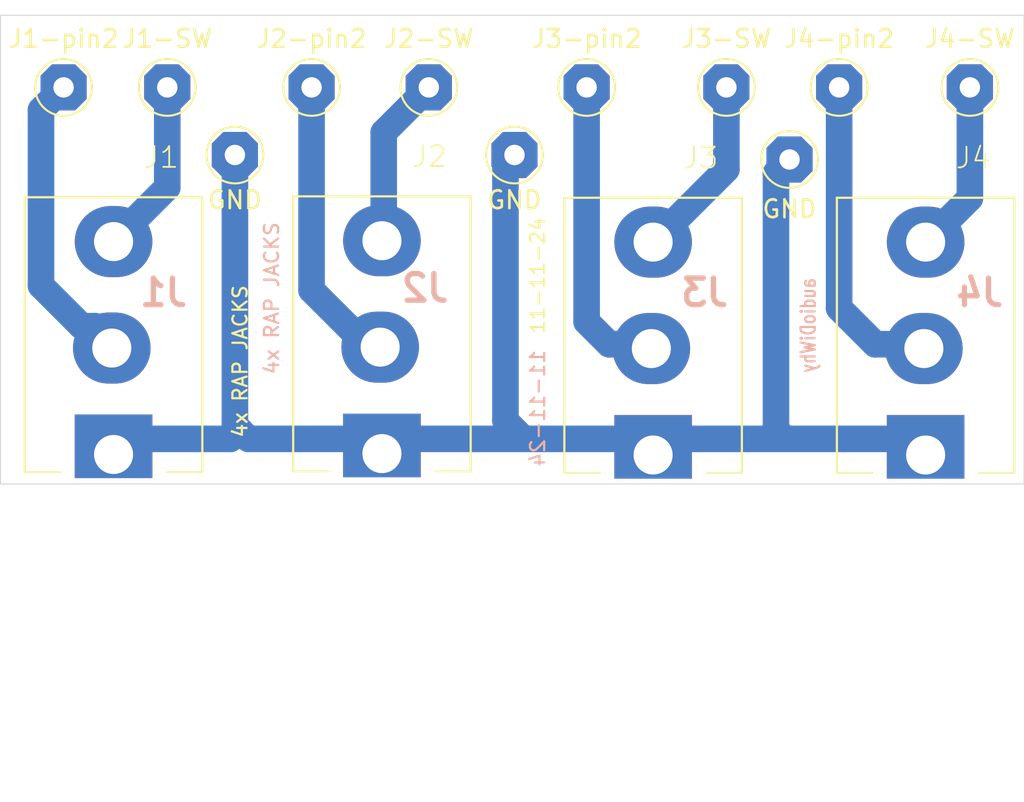
<source format=kicad_pcb>
(kicad_pcb (version 20240108) (generator "pcbnew") (generator_version "8.0")
  (layers (0 "F.Cu" signal) (31 "B.Cu" signal) (34 "B.Paste" user) (35 "F.Paste" user) (36 "B.SilkS" user "B.Silkscreen") (37 "F.SilkS" user "F.Silkscreen") (38 "B.Mask" user) (39 "F.Mask" user) (44 "Edge.Cuts" user))
  (net 0 "")
  (net 1 "Net-(J5-Pin_1)")
  (net 2 "Net-(J10-Pin_1)")
  (net 3 "Net-(J11-Pin_1)")
  (net 4 "Net-(J6-Pin_1)")
  (net 5 "Net-(J7-Pin_1)")
  (net 6 "Net-(J12-Pin_1)")
  (net 7 "Net-(J13-Pin_1)")
  (net 8 "Net-(J8-Pin_1)")
  (net 9 "Net-(J14-Pin_1)")
  (footprint "charhead-lib:Wirepad-Chamfered4" (layer "F.Cu") (at 134.112 84.582)
    (property "Reference" "J6" (hide yes))
    (property "Value" "J2-pin2" (at 0 -2.75 0) (layer "F.SilkS"))
    (fp_circle (center 0 0) (end 1.6 0.05) (stroke (width 0.12)) (fill none) (layer "F.SilkS"))
    (pad "1" thru_hole roundrect (at 0 0) (size 2.6 2.6) (drill 1.1476) (layers "*.Cu" "*.Mask") (roundrect_rratio 0) (chamfer_ratio 0.25) (chamfer top_left top_right bottom_left bottom_right) (net 4 "Net-(J6-Pin_1)") (clearance 0.0762))
  )
  (footprint "charhead-lib:35RAPCVAV-sqpad2" (layer "F.Cu") (at 162.703876 101.303183)
    (property "Reference" "J4" (at 7.62 -12.065 0) (layer "F.SilkS") (effects (font (size 1.1684 1.1684) (thickness 0.1016)) (justify left bottom)))
    (property "Value" "J4")
    (fp_line (start 1 -10.5) (end 1 5) (stroke (width 0.127)) (layer "F.SilkS"))
    (fp_line (start 1 5) (end 3 5) (stroke (width 0.1)) (layer "F.SilkS"))
    (fp_line (start 11 -10.5) (end 1 -10.5) (stroke (width 0.127)) (layer "F.SilkS"))
    (fp_line (start 11 5) (end 9 5) (stroke (width 0.1)) (layer "F.SilkS"))
    (fp_line (start 11 5) (end 11 -10.5) (stroke (width 0.127)) (layer "F.SilkS"))
    (pad "1" thru_hole rect (at 6 4 180) (size 4.3688 3.584) (drill 2.2 (offset 0 0.458)) (layers "*.Cu" "*.Mask") (net 9 "Net-(J14-Pin_1)"))
    (pad "2" thru_hole oval (at 5.9 -2 180) (size 4.3688 4) (drill 2.2) (layers "*.Cu" "*.Mask") (net 8 "Net-(J8-Pin_1)"))
    (pad "3" thru_hole oval (at 6 -8 180) (size 4.3688 4) (drill 2.2) (layers "*.Cu" "*.Mask") (net 7 "Net-(J13-Pin_1)"))
  )
  (footprint "charhead-lib:Wirepad-Chamfered4" (layer "F.Cu") (at 140.716 84.582)
    (property "Reference" "J11" (hide yes))
    (property "Value" "J2-SW" (at 0 -2.75 0) (layer "F.SilkS"))
    (fp_circle (center 0 0) (end 1.6 0.05) (stroke (width 0.12)) (fill none) (layer "F.SilkS"))
    (pad "1" thru_hole roundrect (at 0 0) (size 2.6 2.6) (drill 1.1476) (layers "*.Cu" "*.Mask") (roundrect_rratio 0) (chamfer_ratio 0.25) (chamfer top_left top_right bottom_left bottom_right) (net 3 "Net-(J11-Pin_1)") (clearance 0.0762))
  )
  (footprint "charhead-lib:Wirepad-Chamfered4" (layer "F.Cu") (at 149.606 84.582)
    (property "Reference" "J7" (hide yes))
    (property "Value" "J3-pin2" (at 0 -2.75 0) (layer "F.SilkS"))
    (fp_circle (center 0 0) (end 1.6 0.05) (stroke (width 0.12)) (fill none) (layer "F.SilkS"))
    (pad "1" thru_hole roundrect (at 0 0) (size 2.6 2.6) (drill 1.1476) (layers "*.Cu" "*.Mask") (roundrect_rratio 0) (chamfer_ratio 0.25) (chamfer top_left top_right bottom_left bottom_right) (net 5 "Net-(J7-Pin_1)") (clearance 0.0762))
  )
  (footprint "charhead-lib:35RAPCVAV-sqpad2" (layer "F.Cu") (at 132.076 101.22425)
    (property "Reference" "J2" (at 7.62 -12.065 0) (layer "F.SilkS") (effects (font (size 1.1684 1.1684) (thickness 0.1016)) (justify left bottom)))
    (property "Value" "J2")
    (fp_line (start 1 -10.5) (end 1 5) (stroke (width 0.127)) (layer "F.SilkS"))
    (fp_line (start 1 5) (end 3 5) (stroke (width 0.1)) (layer "F.SilkS"))
    (fp_line (start 11 -10.5) (end 1 -10.5) (stroke (width 0.127)) (layer "F.SilkS"))
    (fp_line (start 11 5) (end 9 5) (stroke (width 0.1)) (layer "F.SilkS"))
    (fp_line (start 11 5) (end 11 -10.5) (stroke (width 0.127)) (layer "F.SilkS"))
    (pad "1" thru_hole rect (at 6 4 180) (size 4.3688 3.584) (drill 2.2 (offset 0 0.458)) (layers "*.Cu" "*.Mask") (net 9 "Net-(J14-Pin_1)"))
    (pad "2" thru_hole oval (at 5.9 -2 180) (size 4.3688 4) (drill 2.2) (layers "*.Cu" "*.Mask") (net 4 "Net-(J6-Pin_1)"))
    (pad "3" thru_hole oval (at 6 -8 180) (size 4.3688 4) (drill 2.2) (layers "*.Cu" "*.Mask") (net 3 "Net-(J11-Pin_1)"))
  )
  (footprint "charhead-lib:Wirepad-Chamfered4" (layer "F.Cu") (at 157.48 84.582)
    (property "Reference" "J12" (hide yes))
    (property "Value" "J3-SW" (at 0 -2.75 0) (layer "F.SilkS"))
    (fp_circle (center 0 0) (end 1.6 0.05) (stroke (width 0.12)) (fill none) (layer "F.SilkS"))
    (pad "1" thru_hole roundrect (at 0 0) (size 2.6 2.6) (drill 1.1476) (layers "*.Cu" "*.Mask") (roundrect_rratio 0) (chamfer_ratio 0.25) (chamfer top_left top_right bottom_left bottom_right) (net 6 "Net-(J12-Pin_1)") (clearance 0.0762))
  )
  (footprint "charhead-lib:35RAPCVAV-sqpad2" (layer "F.Cu") (at 116.95851 101.274228)
    (property "Reference" "J1" (at 7.62 -12.065 0) (layer "F.SilkS") (effects (font (size 1.1684 1.1684) (thickness 0.1016)) (justify left bottom)))
    (property "Value" "J1")
    (fp_line (start 1 -10.5) (end 1 5) (stroke (width 0.127)) (layer "F.SilkS"))
    (fp_line (start 1 5) (end 3 5) (stroke (width 0.1)) (layer "F.SilkS"))
    (fp_line (start 11 -10.5) (end 1 -10.5) (stroke (width 0.127)) (layer "F.SilkS"))
    (fp_line (start 11 5) (end 9 5) (stroke (width 0.1)) (layer "F.SilkS"))
    (fp_line (start 11 5) (end 11 -10.5) (stroke (width 0.127)) (layer "F.SilkS"))
    (pad "1" thru_hole rect (at 6 4 180) (size 4.3688 3.584) (drill 2.2 (offset 0 0.458)) (layers "*.Cu" "*.Mask") (net 9 "Net-(J14-Pin_1)"))
    (pad "2" thru_hole oval (at 5.9 -2 180) (size 4.3688 4) (drill 2.2) (layers "*.Cu" "*.Mask") (net 1 "Net-(J5-Pin_1)"))
    (pad "3" thru_hole oval (at 6 -8 180) (size 4.3688 4) (drill 2.2) (layers "*.Cu" "*.Mask") (net 2 "Net-(J10-Pin_1)"))
  )
  (footprint "charhead-lib:35RAPCVAV-sqpad2" (layer "F.Cu") (at 147.351989 101.303183)
    (property "Reference" "J3" (at 7.62 -12.065 0) (layer "F.SilkS") (effects (font (size 1.1684 1.1684) (thickness 0.1016)) (justify left bottom)))
    (property "Value" "J3")
    (fp_line (start 1 -10.5) (end 1 5) (stroke (width 0.127)) (layer "F.SilkS"))
    (fp_line (start 1 5) (end 3 5) (stroke (width 0.1)) (layer "F.SilkS"))
    (fp_line (start 11 -10.5) (end 1 -10.5) (stroke (width 0.127)) (layer "F.SilkS"))
    (fp_line (start 11 5) (end 9 5) (stroke (width 0.1)) (layer "F.SilkS"))
    (fp_line (start 11 5) (end 11 -10.5) (stroke (width 0.127)) (layer "F.SilkS"))
    (pad "1" thru_hole rect (at 6 4 180) (size 4.3688 3.584) (drill 2.2 (offset 0 0.458)) (layers "*.Cu" "*.Mask") (net 9 "Net-(J14-Pin_1)"))
    (pad "2" thru_hole oval (at 5.9 -2 180) (size 4.3688 4) (drill 2.2) (layers "*.Cu" "*.Mask") (net 5 "Net-(J7-Pin_1)"))
    (pad "3" thru_hole oval (at 6 -8 180) (size 4.3688 4) (drill 2.2) (layers "*.Cu" "*.Mask") (net 6 "Net-(J12-Pin_1)"))
  )
  (footprint "charhead-lib:Wirepad-Chamfered4" (layer "F.Cu") (at 171.196 84.582)
    (property "Reference" "J13" (hide yes))
    (property "Value" "J4-SW" (at 0 -2.75 0) (layer "F.SilkS"))
    (fp_circle (center 0 0) (end 1.6 0.05) (stroke (width 0.12)) (fill none) (layer "F.SilkS"))
    (pad "1" thru_hole roundrect (at 0 0) (size 2.6 2.6) (drill 1.1476) (layers "*.Cu" "*.Mask") (roundrect_rratio 0) (chamfer_ratio 0.25) (chamfer top_left top_right bottom_left bottom_right) (net 7 "Net-(J13-Pin_1)") (clearance 0.0762))
  )
  (footprint "charhead-lib:Wirepad-Chamfered4" (layer "F.Cu") (at 129.794 88.392)
    (property "Reference" "J9" (hide yes))
    (property "Value" "GND" (at 0 2.54 0) (layer "F.SilkS"))
    (fp_circle (center 0 0) (end 1.6 0.05) (stroke (width 0.12)) (fill none) (layer "F.SilkS"))
    (pad "1" thru_hole roundrect (at 0 0) (size 2.6 2.6) (drill 1.1476) (layers "*.Cu" "*.Mask") (roundrect_rratio 0) (chamfer_ratio 0.25) (chamfer top_left top_right bottom_left bottom_right) (net 9 "Net-(J14-Pin_1)") (clearance 0.0762))
  )
  (footprint "charhead-lib:Wirepad-Chamfered4" (layer "F.Cu") (at 125.984 84.582)
    (property "Reference" "J10" (hide yes))
    (property "Value" "J1-SW" (at 0 -2.75 0) (layer "F.SilkS"))
    (fp_circle (center 0 0) (end 1.6 0.05) (stroke (width 0.12)) (fill none) (layer "F.SilkS"))
    (pad "1" thru_hole roundrect (at 0 0) (size 2.6 2.6) (drill 1.1476) (layers "*.Cu" "*.Mask") (roundrect_rratio 0) (chamfer_ratio 0.25) (chamfer top_left top_right bottom_left bottom_right) (net 2 "Net-(J10-Pin_1)") (clearance 0.0762))
  )
  (footprint "charhead-lib:Wirepad-Chamfered4" (layer "F.Cu") (at 145.542 88.392)
    (property "Reference" "J14" (hide yes))
    (property "Value" "GND" (at 0 2.54 0) (layer "F.SilkS"))
    (fp_circle (center 0 0) (end 1.6 0.05) (stroke (width 0.12)) (fill none) (layer "F.SilkS"))
    (pad "1" thru_hole roundrect (at 0 0) (size 2.6 2.6) (drill 1.1476) (layers "*.Cu" "*.Mask") (roundrect_rratio 0) (chamfer_ratio 0.25) (chamfer top_left top_right bottom_left bottom_right) (net 9 "Net-(J14-Pin_1)") (clearance 0.0762))
  )
  (footprint "charhead-lib:Wirepad-Chamfered4" (layer "F.Cu") (at 120.142 84.582)
    (property "Reference" "J5" (hide yes))
    (property "Value" "J1-pin2" (at 0 -2.75 0) (layer "F.SilkS"))
    (fp_circle (center 0 0) (end 1.6 0.05) (stroke (width 0.12)) (fill none) (layer "F.SilkS"))
    (pad "1" thru_hole roundrect (at 0 0) (size 2.6 2.6) (drill 1.1476) (layers "*.Cu" "*.Mask") (roundrect_rratio 0) (chamfer_ratio 0.25) (chamfer top_left top_right bottom_left bottom_right) (net 1 "Net-(J5-Pin_1)") (clearance 0.0762))
  )
  (footprint "charhead-lib:Wirepad-Chamfered4" (layer "F.Cu") (at 161.036 88.646)
    (property "Reference" "J15" (hide yes))
    (property "Value" "GND" (at 0 2.794 0) (layer "F.SilkS"))
    (fp_circle (center 0 0) (end 1.6 0.05) (stroke (width 0.12)) (fill none) (layer "F.SilkS"))
    (pad "1" thru_hole roundrect (at 0 0) (size 2.6 2.6) (drill 1.1476) (layers "*.Cu" "*.Mask") (roundrect_rratio 0) (chamfer_ratio 0.25) (chamfer top_left top_right bottom_left bottom_right) (net 9 "Net-(J14-Pin_1)") (clearance 0.0762))
  )
  (footprint "charhead-lib:Wirepad-Chamfered4" (layer "F.Cu") (at 163.83 84.582)
    (property "Reference" "J8" (hide yes))
    (property "Value" "J4-pin2" (at 0 -2.75 0) (layer "F.SilkS"))
    (fp_circle (center 0 0) (end 1.6 0.05) (stroke (width 0.12)) (fill none) (layer "F.SilkS"))
    (pad "1" thru_hole roundrect (at 0 0) (size 2.6 2.6) (drill 1.1476) (layers "*.Cu" "*.Mask") (roundrect_rratio 0) (chamfer_ratio 0.25) (chamfer top_left top_right bottom_left bottom_right) (net 8 "Net-(J8-Pin_1)") (clearance 0.0762))
  )
  (gr_rect (start 116.586 80.518) (end 174.244 106.934) (stroke (width 0.05)) (fill none) (layer "Edge.Cuts"))
  (gr_text "J3" (at 157.734 97.028 0) (layer "B.SilkS") (effects (font (size 1.5 1.5) (thickness 0.3) (bold yes)) (justify left bottom mirror)))
  (gr_text "J1" (at 127.254 97.028 0) (layer "B.SilkS") (effects (font (size 1.5 1.5) (thickness 0.3) (bold yes)) (justify left bottom mirror)))
  (gr_text "audioDiWhy" (at 162.56 95.25 90) (layer "B.SilkS") (effects (font (size 0.8 0.635) (thickness 0.127)) (justify left bottom mirror)))
  (gr_text "J2" (at 141.986 96.774 0) (layer "B.SilkS") (effects (font (size 1.5 1.5) (thickness 0.3) (bold yes)) (justify left bottom mirror)))
  (gr_text "J4" (at 173.228 97.028 0) (layer "B.SilkS") (effects (font (size 1.5 1.5) (thickness 0.3) (bold yes)) (justify left bottom mirror)))
  (gr_text "11-11-24" (at 147.32 99.314 90) (layer "B.SilkS") (effects (font (size 0.8 0.8) (thickness 0.127) (bold yes)) (justify left bottom mirror)))
  (gr_text "4x RAP JACKS" (at 132.334 100.838 90) (layer "B.SilkS") (effects (font (size 0.8 0.8) (thickness 0.127)) (justify left bottom)))
  (gr_text "11-11-24" (at 147.32 98.552 90) (layer "F.SilkS") (effects (font (size 0.8 0.8) (thickness 0.127) (bold yes)) (justify left bottom)))
  (gr_text "4x RAP JACKS" (at 130.556 104.394 90) (layer "F.SilkS") (effects (font (size 0.8 0.8) (thickness 0.127)) (justify left bottom)))
  (segment (start 121.158 98.044) (end 118.872 95.758) (width 1.5) (layer "B.Cu") (net 1))
  (segment (start 118.872 95.758) (end 118.872 85.852) (width 1.5) (layer "B.Cu") (net 1))
  (segment (start 118.872 85.852) (end 120.142 84.582) (width 1.5) (layer "B.Cu") (net 1))
  (segment (start 122.936 99.06) (end 121.92 98.044) (width 1.5) (layer "B.Cu") (net 1))
  (segment (start 121.92 98.044) (end 121.158 98.044) (width 1.5) (layer "B.Cu") (net 1))
  (segment (start 125.984 84.582) (end 125.984 90.2208) (width 1.5) (layer "B.Cu") (net 2))
  (segment (start 125.984 90.2208) (end 122.936 93.2688) (width 1.5) (layer "B.Cu") (net 2))
  (segment (start 138.176 87.122) (end 140.716 84.582) (width 1.5) (layer "B.Cu") (net 3))
  (segment (start 138.176 93.2688) (end 138.176 87.122) (width 1.5) (layer "B.Cu") (net 3))
  (segment (start 137.16 99.06) (end 134.112 96.012) (width 1.5) (layer "B.Cu") (net 4))
  (segment (start 134.112 96.012) (end 134.112 84.582) (width 1.5) (layer "B.Cu") (net 4))
  (segment (start 138.176 99.06) (end 137.16 99.06) (width 1.5) (layer "B.Cu") (net 4))
  (segment (start 149.606 97.79) (end 149.606 84.582) (width 1.5) (layer "B.Cu") (net 5))
  (segment (start 153.416 99.06) (end 150.876 99.06) (width 1.5) (layer "B.Cu") (net 5))
  (segment (start 150.876 99.06) (end 149.606 97.79) (width 1.5) (layer "B.Cu") (net 5))
  (segment (start 157.48 84.582) (end 157.48 89.2048) (width 1.5) (layer "B.Cu") (net 6))
  (segment (start 157.48 89.2048) (end 153.416 93.2688) (width 1.5) (layer "B.Cu") (net 6))
  (segment (start 171.196 90.8288) (end 168.756 93.2688) (width 1.5) (layer "B.Cu") (net 7))
  (segment (start 171.196 84.582) (end 171.196 90.8288) (width 1.5) (layer "B.Cu") (net 7))
  (segment (start 163.83 84.582) (end 163.83 97.028) (width 1.5) (layer "B.Cu") (net 8))
  (segment (start 163.83 97.028) (end 165.862 99.06) (width 1.5) (layer "B.Cu") (net 8))
  (segment (start 165.862 99.06) (end 168.756 99.06) (width 1.5) (layer "B.Cu") (net 8))
  (segment (start 160.274 103.886) (end 160.782 104.394) (width 1.5) (layer "B.Cu") (net 9))
  (segment (start 160.274 89.408) (end 160.274 103.886) (width 1.5) (layer "B.Cu") (net 9))
  (segment (start 161.036 88.646) (end 160.274 89.408) (width 1.5) (layer "B.Cu") (net 9))
  (segment (start 168.656 104.394) (end 160.782 104.394) (width 1.5) (layer "B.Cu") (net 9))
  (segment (start 160.782 104.394) (end 153.316 104.394) (width 1.5) (layer "B.Cu") (net 9))
  (segment (start 153.316 104.394) (end 146.05 104.394) (width 1.5) (layer "B.Cu") (net 9))
  (segment (start 145.034 103.378) (end 146.05 104.394) (width 1.5) (layer "B.Cu") (net 9))
  (segment (start 145.034 88.9) (end 145.034 103.378) (width 1.5) (layer "B.Cu") (net 9))
  (segment (start 145.542 88.392) (end 145.034 88.9) (width 1.5) (layer "B.Cu") (net 9))
  (segment (start 129.794 88.392) (end 129.794 103.632) (width 1.5) (layer "B.Cu") (net 9))
  (segment (start 130.556 104.394) (end 130.048 103.886) (width 1.5) (layer "B.Cu") (net 9))
  (segment (start 129.794 103.632) (end 130.048 103.886) (width 1.5) (layer "B.Cu") (net 9))
  (segment (start 130.048 103.886) (end 129.54 104.394) (width 1.5) (layer "B.Cu") (net 9))
  (segment (start 146.05 104.394) (end 138.076 104.394) (width 1.5) (layer "B.Cu") (net 9))
  (segment (start 138.076 104.394) (end 130.556 104.394) (width 1.5) (layer "B.Cu") (net 9))
  (segment (start 129.54 104.394) (end 122.836 104.394) (width 1.5) (layer "B.Cu") (net 9))
)
</source>
